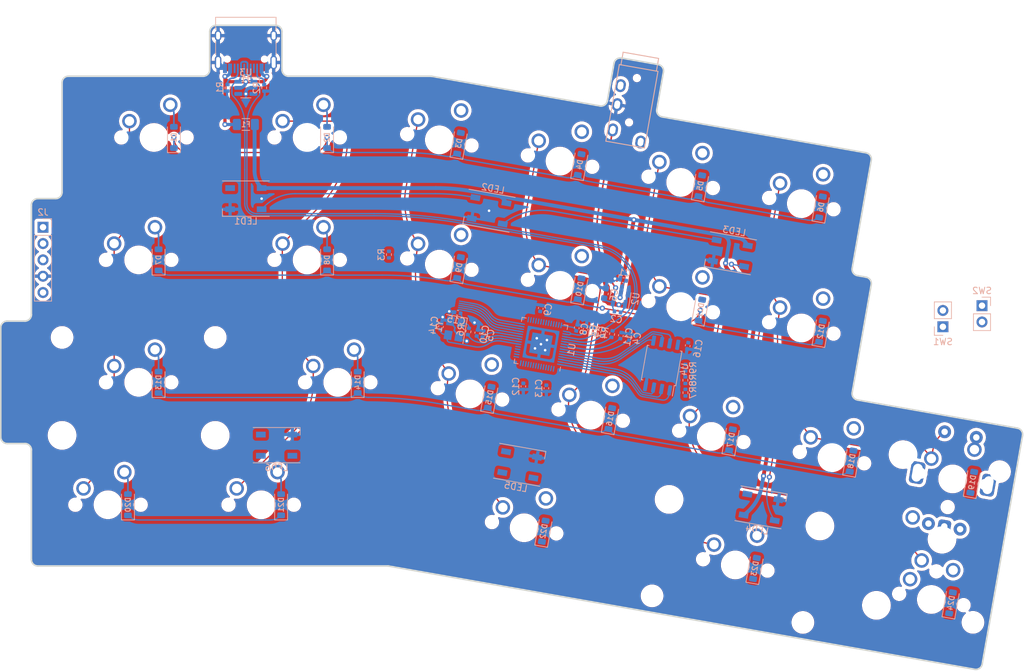
<source format=kicad_pcb>
(kicad_pcb (version 20221018) (generator pcbnew)
  (layers (0 "F.Cu" signal) (31 "B.Cu" signal) (34 "B.Paste" user) (35 "F.Paste" user) (36 "B.SilkS" user "B.Silkscreen") (37 "F.SilkS" user "F.Silkscreen") (38 "B.Mask" user) (39 "F.Mask" user) (44 "Edge.Cuts" user))
  (net 0 "")
  (net 1 "+5V")
  (net 2 "GND")
  (net 3 "+3V3")
  (net 4 "+1V1")
  (net 5 "XIN")
  (net 6 "Net-(C15-Pad2)")
  (net 7 "VBUS")
  (net 8 "Net-(J1-CC1)")
  (net 9 "D+")
  (net 10 "D-")
  (net 12 "Net-(J1-CC2)")
  (net 14 "RESET")
  (net 15 "Net-(U1-USB_DP)")
  (net 16 "Net-(U1-USB_DM)")
  (net 17 "Q_SEL")
  (net 18 "Net-(R8-Pad2)")
  (net 35 "XOUT")
  (net 36 "SWC")
  (net 37 "SWD")
  (net 38 "unconnected-(U1-GPIO16-Pad27)")
  (net 39 "unconnected-(U1-GPIO17-Pad28)")
  (net 52 "Q_IO3")
  (net 53 "Q_CLK")
  (net 54 "Q_IO0")
  (net 55 "Q_IO2")
  (net 56 "Q_IO1")
  (net 59 "ROW0")
  (net 60 "Net-(D1-A)")
  (net 61 "Net-(D2-A)")
  (net 62 "Net-(D3-A)")
  (net 63 "Net-(D4-A)")
  (net 64 "Net-(D5-A)")
  (net 65 "Net-(D6-A)")
  (net 66 "ROW1")
  (net 67 "Net-(D7-A)")
  (net 68 "Net-(D8-A)")
  (net 69 "Net-(D9-A)")
  (net 70 "Net-(D10-A)")
  (net 71 "Net-(D11-A)")
  (net 72 "Net-(D12-A)")
  (net 73 "ROW2")
  (net 74 "Net-(D13-A)")
  (net 75 "Net-(D14-A)")
  (net 76 "Net-(D15-A)")
  (net 77 "Net-(D16-A)")
  (net 78 "Net-(D17-A)")
  (net 79 "Net-(D18-A)")
  (net 80 "ROW3")
  (net 81 "Net-(D19-A)")
  (net 82 "Net-(D20-A)")
  (net 83 "Net-(D21-A)")
  (net 84 "Net-(D22-A)")
  (net 85 "Net-(D23-A)")
  (net 86 "Net-(D24-A)")
  (net 87 "COL0")
  (net 88 "COL1")
  (net 89 "COL2")
  (net 90 "COL3")
  (net 91 "COL4")
  (net 92 "COL5")
  (net 93 "Net-(LED1-DOUT)")
  (net 94 "DATA")
  (net 95 "Net-(LED2-DOUT)")
  (net 96 "Net-(LED3-DOUT)")
  (net 97 "Net-(LED4-DOUT)")
  (net 98 "Net-(LED5-DOUT)")
  (net 103 "Net-(R7-Pad1)")
  (net 105 "serial")
  (footprint "MX_Only:MXOnly-1.75U-NoLED" (layer "F.Cu") (at -2.38125 19.05)
    (fp_text reference "MX7")
    (fp_text value "SW_Push")
  )
  (footprint "MX_Only:MXOnly-1.25U-NoLED" (layer "F.Cu") (at 57.551662 60.726791 -10)
    (fp_text reference "MX22")
    (fp_text value "SW_Push")
  )
  (footprint "MX_Only:MXOnly-1U-NoLED" (layer "F.Cu") (at 49.134293 39.898705 -10)
    (fp_text reference "MX15")
    (fp_text value "SW_Push")
  )
  (footprint "MX_Only:MXOnly-1U-NoLED" (layer "F.Cu") (at 23.8125 0)
    (fp_text reference "MX2")
    (fp_text value "SW_Push")
  )
  (footprint "MX_Only:MXOnly-1U-NoLED" (layer "F.Cu") (at 86.655468 46.514701 -10)
    (fp_text reference "MX17")
    (fp_text value "SW_Push")
  )
  (footprint "MX_Only:MXOnly-1.5U-NoLED" (layer "F.Cu") (at 0 0)
    (fp_text reference "MX1")
    (fp_text value "SW_Push")
  )
  (footprint "MX_Only:MXOnly-1U-NoLED" (layer "F.Cu") (at 120.868646 71.891284 -10)
    (fp_text reference "MX24")
    (fp_text value "SW_Push")
  )
  (footprint "MX_Only:MXOnly-1U-NoLED" (layer "F.Cu") (at 63.13238 3.679192 -10)
    (fp_text reference "MX4")
    (fp_text value "SW_Push")
  )
  (footprint "MX_Only:MXOnly-1U-NoLED" (layer "F.Cu") (at 105.416056 49.822698 -10)
    (fp_text reference "MX18")
    (fp_text value "SW_Push")
  )
  (footprint "MX_Only:MXOnly-2.25U-ReversedStabilizers-NoLED" (layer "F.Cu") (at 90.382691 66.515787 -10)
    (fp_text reference "MX23")
    (fp_text value "SW_Push")
  )
  (footprint "MX_Only:MXOnly-1.25U-NoLED" (layer "F.Cu") (at 16.66875 57.15)
    (fp_text reference "MX21")
    (fp_text value "SW_Push")
  )
  (footprint "MX_Only:MXOnly-2.25U-NoLED" (layer "F.Cu") (at -2.38125 38.1)
    (fp_text reference "MX13")
    (fp_text value "SW_Push")
  )
  (footprint "MX_Only:MXOnly-1U-NoLED" (layer "F.Cu") (at 100.653556 29.639064 -10)
    (fp_text reference "MX12")
    (fp_text value "SW_Push")
  )
  (footprint "MX_Only:MXOnly-1.25U-NoLED" (layer "F.Cu") (at -7.14375 57.15)
    (fp_text reference "MX20")
    (fp_text value "SW_Push")
  )
  (footprint "MX_Only:MXOnly-1U-NoLED" (layer "F.Cu") (at 81.892968 26.331066 -10)
    (fp_text reference "MX11")
    (fp_text value "SW_Push")
  )
  (footprint "MX_Only:MXOnly-1U-NoLED" (layer "F.Cu") (at 63.13238 23.023069 -10)
    (fp_text reference "MX10")
    (fp_text value "SW_Push")
  )
  (footprint "MX_Only:MXOnly-1U-NoLED" (layer "F.Cu") (at 81.892968 6.987189 -10)
    (fp_text reference "MX5")
    (fp_text value "SW_Push")
  )
  (footprint "MX_Only:MXOnly-1U-NoLED" (layer "F.Cu") (at 44.371793 0.371194 -10)
    (fp_text reference "MX3")
    (fp_text value "SW_Push")
  )
  (footprint "MX_Only:MXOnly-1U-NoLED" (layer "F.Cu") (at 23.8125 19.05)
    (fp_text reference "MX8")
    (fp_text value "SW_Push")
  )
  (footprint "MX_Only:MXOnly-1U-NoLED" (layer "F.Cu") (at 124.176644 53.130696 -10)
    (fp_text reference "MX19")
    (fp_text value "SW_Push")
  )
  (footprint "MX_Only:MXOnly-1U-NoLED" (layer "F.Cu") (at 44.371793 19.715071 -10)
    (fp_text reference "MX9")
    (fp_text value "SW_Push")
  )
  (footprint "PCM_marbastlib-various:ROT_Alps_EC11E-Switch" (layer "F.Cu") (at 124.176644 53.130696 -10)
    (fp_text reference "MX19.1" hide)
    (fp_text value "RotaryEncoder_Switch")
  )
  (footprint "MX_Only:MXOnly-1U-NoLED" (layer "F.Cu") (at 28.575 38.1)
    (fp_text reference "MX14")
    (fp_text value "SW_Push")
  )
  (footprint "MX_Only:MXOnly-1U-NoLED" (layer "F.Cu") (at 67.89488 43.206703 -10)
    (fp_text reference "MX16")
    (fp_text value "SW_Push")
  )
  (footprint "MX_Only:MXOnly-2U-ReversedStabilizers-NoLED" (layer "F.Cu") (at 122.522645 62.51099 80)
    (fp_text reference "MX24.1")
    (fp_text value "SW_Push")
  )
  (footprint "MX_Only:MXOnly-1U-NoLED" (layer "F.Cu") (at 100.653556 10.295187 -10)
    (fp_text reference "MX6")
    (fp_text value "SW_Push")
  )
  (footprint "Diode_SMD:D_SOD-123" (layer "B.Cu") (at 84.945331 7.525403 80)
    (fp_text reference "D5")
    (fp_text value "D_Small")
  )
  (footprint "LED_SMD:LED_WS2812B_PLCC4_5.0x5.0mm_P3.2mm" (layer "B.Cu") (at 52.098088 11.405487 170)
    (fp_text reference "LED2")
    (fp_text value "WS2812B")
  )
  (footprint "Capacitor_SMD:C_0402_1005Metric" (layer "B.Cu") (at 72.076817 27.148935 -10)
    (fp_text reference "C2")
    (fp_text value "1u")
  )
  (footprint "Diode_SMD:D_SOD-123" (layer "B.Cu") (at 127.229006 53.66891 80)
    (fp_text reference "D19")
    (fp_text value "D_Small")
  )
  (footprint "Capacitor_SMD:C_0402_1005Metric" (layer "B.Cu") (at 82.983351 32.407292 -100)
    (fp_text reference "C16")
    (fp_text value "1u")
  )
  (footprint "Resistor_SMD:R_0402_1005Metric" (layer "B.Cu") (at 17.1375 -7.722 -90)
    (fp_text reference "R2")
    (fp_text value "5.1k")
  )
  (footprint "Diode_SMD:D_SOD-123" (layer "B.Cu") (at 19.7682 57.15 90)
    (fp_text reference "D21")
    (fp_text value "D_Small")
  )
  (footprint "Resistor_SMD:R_0402_1005Metric" (layer "B.Cu") (at 11.4375 -7.722 -90)
    (fp_text reference "R1")
    (fp_text value "5.1k")
  )
  (footprint "Diode_SMD:D_SOD-123" (layer "B.Cu") (at 47.424155 0.909408 80)
    (fp_text reference "D3")
    (fp_text value "D_Small")
  )
  (footprint "PCM_marbastlib-various:SOT-23-6-routable" (layer "B.Cu") (at 14.2875 -7.722 180)
    (fp_text reference "U3")
    (fp_text value "SRV05-4")
  )
  (footprint "Package_SO:SOIC-8_5.23x5.23mm_P1.27mm" (layer "B.Cu") (at 78.929173 35.480408 80)
    (fp_text reference "U4")
    (fp_text value "W25Q128JVS")
  )
  (footprint "Resistor_SMD:R_0402_1005Metric" (layer "B.Cu") (at 36.53 18.23 -90)
    (fp_text reference "R3")
    (fp_text value "5.1k")
  )
  (footprint "Capacitor_SMD:C_0402_1005Metric" (layer "B.Cu") (at 65.735444 29.62539 80)
    (fp_text reference "C8")
    (fp_text value "100n")
  )
  (footprint "Capacitor_SMD:C_0402_1005Metric" (layer "B.Cu") (at 73.962915 31.076115 80)
    (fp_text reference "C4")
    (fp_text value "100n")
  )
  (footprint "Diode_SMD:D_SOD-123" (layer "B.Cu") (at 123.921008 72.429498 80)
    (fp_text reference "D24")
    (fp_text value "D_Small")
  )
  (footprint "Fuse:Fuse_1206_3216Metric" (layer "B.Cu") (at 14.2875 -2.020541)
    (fp_text reference "F1")
    (fp_text value "Fuse_Small" hide)
  )
  (footprint "Connector_PinHeader_2.54mm:PinHeader_1x02_P2.54mm_Vertical" (layer "B.Cu") (at 122.66 29.46)
    (fp_text reference "SW1")
    (fp_text value "SW_Push")
  )
  (footprint "Capacitor_SMD:C_0603_1608Metric" (layer "B.Cu") (at 70.119591 24.255102 80)
    (fp_text reference "C6")
    (fp_text value "10u")
  )
  (footprint "Diode_SMD:D_SOD-123" (layer "B.Cu") (at 84.945331 26.86928 80)
    (fp_text reference "D11")
    (fp_text value "D_Small")
  )
  (footprint "Diode_SMD:D_SOD-123" (layer "B.Cu") (at 70.947243 43.744917 80)
    (fp_text reference "D16")
    (fp_text value "D_Small")
  )
  (footprint "Capacitor_SMD:C_0402_1005Metric" (layer "B.Cu") (at 44.625858 29.431808 -100)
    (fp_text reference "C14")
    (fp_text value "22p")
  )
  (footprint "Diode_SMD:D_SOD-123" (layer "B.Cu") (at 89.707831 47.052914 80)
    (fp_text reference "D17")
    (fp_text value "D_Small")
  )
  (footprint "Diode_SMD:D_SOD-123" (layer "B.Cu") (at 47.424155 20.253285 80)
    (fp_text reference "D9")
    (fp_text value "D_Small")
  )
  (footprint "Diode_SMD:D_SOD-123" (layer "B.Cu") (at 3.09945 0 90)
    (fp_text reference "D1")
    (fp_text value "D_Small")
  )
  (footprint "Diode_SMD:D_SOD-123" (layer "B.Cu") (at 0.7182 19.05 90)
    (fp_text reference "D7")
    (fp_text value "D_Small")
  )
  (footprint "Capacitor_SMD:C_0402_1005Metric" (layer "B.Cu") (at 72.948531 22.2052 170)
    (fp_text reference "C1")
    (fp_text value "1u")
  )
  (footprint "Crystal:Crystal_SMD_3225-4Pin_3.2x2.5mm" (layer "B.Cu") (at 46.753043 29.806888 -100)
    (fp_text reference "Y1")
    (fp_text value "Crystal_GND24")
  )
  (footprint "Resistor_SMD:R_0402_1005Metric" (layer "B.Cu") (at 82.63 35.82 90)
    (fp_text reference "R9")
    (fp_text value "5.1k")
  )
  (footprint "Diode_SMD:D_SOD-123" (layer "B.Cu") (at 26.91195 0 90)
    (fp_text reference "D2")
    (fp_text value "D_Small")
  )
  (footprint "Connector_PinHeader_2.54mm:PinHeader_1x02_P2.54mm_Vertical" (layer "B.Cu") (at 128.74 26.175 180)
    (fp_text reference "SW2")
    (fp_text value "SW_Push")
  )
  (footprint "LED_SMD:LED_WS2812B_PLCC4_5.0x5.0mm_P3.2mm" (layer "B.Cu") (at 56.860588 50.932998 -10)
    (fp_text reference "LED5")
    (fp_text value "WS2812B")
  )
  (footprint "Capacitor_SMD:C_0402_1005Metric" (layer "B.Cu") (at 68.477934 30.108965 80)
    (fp_text reference "C3")
    (fp_text value "1u")
  )
  (footprint "Diode_SMD:D_SOD-123" (layer "B.Cu") (at 31.67445 38.1 90)
    (fp_text reference "D14")
    (fp_text value "D_Small")
  )
  (footprint "Connector_USB:USB_C_Receptacle_HRO_TYPE-C-31-M-12" (layer "B.Cu") (at 14.2875 -14.795)
    (fp_text reference "J1")
    (fp_text value "USB_C_Receptacle_USB2.0")
  )
  (footprint "Diode_SMD:D_SOD-123" (layer "B.Cu") (at 103.705918 30.177278 80)
    (fp_text reference "D12")
    (fp_text value "D_Small")
  )
  (footprint "Capacitor_SMD:C_0402_1005Metric" (layer "B.Cu") (at 50.258958 30.425075 80)
    (fp_text reference "C10")
    (fp_text value "100n")
  )
  (footprint "Capacitor_SMD:C_0402_1005Metric" (layer "B.Cu") (at 51.164981 30.584832 80)
    (fp_text reference "C5")
    (fp_text value "100n")
  )
  (footprint "LED_SMD:LED_WS2812B_PLCC4_5.0x5.0mm_P3.2mm" (layer "B.Cu") (at 94.381763 57.548993 -10)
    (fp_text reference "LED4")
    (fp_text value "WS2812B")
  )
  (footprint "Diode_SMD:D_SOD-123" (layer "B.Cu") (at 103.705918 10.833401 80)
    (fp_text reference "D6")
    (fp_text value "D_Small")
  )
  (footprint "Capacitor_SMD:C_0402_1005Metric" (layer "B.Cu") (at 57.43 38.73 -90)
    (fp_text reference "C12")
    (fp_text value "100n")
  )
  (footprint "LED_SMD:LED_WS2812B_PLCC4_5.0x5.0mm_P3.2mm" (layer "B.Cu") (at 89.619263 18.021482 170)
    (fp_text reference "LED3")
    (fp_text value "WS2812B")
  )
  (footprint "Connector_PinHeader_2.54mm:PinHeader_1x05_P2.54mm_Vertical" (layer "B.Cu") (at -17.25 19.05 180)
    (fp_text reference "J2")
    (fp_text value "Conn_01x05")
  )
  (footprint "LED_SMD:LED_WS2812B_PLCC4_5.0x5.0mm_P3.2mm" (layer "B.Cu") (at 19.07 47.88)
    (fp_text reference "LED6")
    (fp_text value "WS2812B")
  )
  (footprint "LED_SMD:LED_WS2812B_PLCC4_5.0x5.0mm_P3.2mm" (layer "B.Cu") (at 14.2875 9.525 180)
    (fp_text reference "LED1")
    (fp_text value "WS2812B")
  )
  (footprint "Package_TO_SOT_SMD:SOT-23-3" (layer "B.Cu") (at 72.512674 24.677068 80)
    (fp_text reference "U2")
    (fp_text value "XC6206PxxxMR")
  )
  (footprint "Diode_SMD:D_SOD-123" (layer "B.Cu") (at 66.184743 4.217406 80)
    (fp_text reference "D4")
    (fp_text value "D_Small")
  )
  (footprint "Resistor_SMD:R_0402_1005Metric" (layer "B.Cu") (at 71.220425 30.59254 -100)
    (fp_text reference "R4")
    (fp_text value "27")
  )
  (footprint "Capacitor_SMD:C_0402_1005Metric" (layer "B.Cu") (at 47.197582 27.28578 -10)
    (fp_text reference "C15")
    (fp_text value "22p")
  )
  (footprint "Resistor_SMD:R_0402_1005Metric" (layer "B.Cu") (at 82.63 39.71 90)
    (fp_text reference "R7")
    (fp_text value "1k")
  )
  (footprint "keebio-parts:TRRS-PJ-320A" (layer "B.Cu") (at 74.482192 -5.836499 170)
    (fp_text reference "J3")
    (fp_text value "AudioJack4")
  )
  (footprint "Diode_SMD:D_SOD-123" (layer "B.Cu") (at 52.186655 40.436919 80)
    (fp_text reference "D15")
    (fp_text value "D_Small")
  )
  (footprint "Capacitor_SMD:C_0402_1005Metric" (layer "B.Cu") (at 67.106689 29.867177 80)
    (fp_text reference "C7")
    (fp_text value "1u")
  )
  (footprint "Resistor_SMD:R_0402_1005Metric" (layer "B.Cu") (at 82.62 37.77 90)
    (fp_text reference "R8")
    (fp_text value "5.1k")
  )
  (footprint "Capacitor_SMD:C_0402_1005Metric" (layer "B.Cu") (at 72.59167 30.834328 80)
    (fp_text reference "C11")
    (fp_text value "100n")
  )
  (footprint "Diode_SMD:D_SOD-123" (layer "B.Cu") (at 26.91195 19.05 90)
    (fp_text reference "D8")
    (fp_text value "D_Small")
  )
  (footprint "Capacitor_SMD:C_0402_1005Metric" (layer "B.Cu") (at 61.01 39.03 -90)
    (fp_text reference "C13")
    (fp_text value "100n" hide)
  )
  (footprint "Package_DFN_QFN:QFN-56-1EP_7x7mm_P0.4mm_EP3.2x3.2mm" (layer "B.Cu") (at 60.168585 32.17241 80)
    (fp_text reference "U1")
    (fp_text value "RP2040")
  )
  (footprint "Resistor_SMD:R_0402_1005Metric" (layer "B.Cu") (at 48.890076 30.183704 -100)
    (fp_text reference "R6")
    (fp_text value "1k")
  )
  (footprint "Diode_SMD:D_SOD-123" (layer "B.Cu") (at 0.7182 38.1 90)
    (fp_text reference "D13")
    (fp_text value "D_Small")
  )
  (footprint "Diode_SMD:D_SOD-123" (layer "B.Cu") (at 108.468418 50.360912 80)
    (fp_text reference "D18")
    (fp_text value "D_Small")
  )
  (footprint "Diode_SMD:D_SOD-123" (layer "B.Cu") (at -4.0443 57.15 90)
    (fp_text reference "D20")
    (fp_text value "D_Small")
  )
  (footprint "Resistor_SMD:R_0402_1005Metric" (layer "B.Cu") (at 69.84918 30.350753 -100)
    (fp_text reference "R5")
    (fp_text value "27")
  )
  (footprint "Diode_SMD:D_SOD-123" (layer "B.Cu") (at 60.604025 61.265005 80)
    (fp_text reference "D22")
    (fp_text value "D_Small")
  )
  (footprint "Capacitor_SMD:C_0402_1005Metric" (layer "B.Cu") (at 60.137106 26.592167 80)
    (fp_text reference "C9")
    (fp_text value "100n")
  )
  (footprint "Diode_SMD:D_SOD-123" (layer "B.Cu") (at 93.435053 67.054001 80)
    (fp_text reference "D23")
    (fp_text value "D_Small")
  )
  (footprint "Diode_SMD:D_SOD-123" (layer "B.Cu") (at 66.184743 23.561282 80)
    (fp_text reference "D10")
    (fp_text value "D_Small")
  )
  (gr_arc (start -22.8125 47.625) (mid -23.519607 47.332107) (end -23.8125 46.625) (stroke (width 0.25)) (layer "Edge.Cuts"))
  (gr_line (start -19.05 27.575) (end -19.05 10.525) (stroke (width 0.25)) (layer "Edge.Cuts"))
  (gr_arc (start 109.364659 21.503128) (mid 108.719141 21.091899) (end 108.553499 20.344672) (stroke (width 0.25)) (layer "Edge.Cuts"))
  (gr_line (start 111.5142 22.897577) (end 108.553499 39.688549) (stroke (width 0.25)) (layer "Edge.Cuts"))
  (gr_arc (start 18.9045 -17.442) (mid 19.611607 -17.149107) (end 19.9045 -16.442) (stroke (width 0.25)) (layer "Edge.Cuts"))
  (gr_line (start -20.05 47.625) (end -22.8125 47.625) (stroke (width 0.25)) (layer "Edge.Cuts"))
  (gr_arc (start 78.394434 -11.340767) (mid 79.039938 -10.929536) (end 79.205593 -10.182311) (stroke (width 0.25)) (layer "Edge.Cuts"))
  (gr_arc (start 71.530001 -11.535726) (mid 71.941232 -12.18123) (end 72.688457 -12.346885) (stroke (width 0.25)) (layer "Edge.Cuts"))
  (gr_line (start 72.688457 -12.346885) (end 78.394434 -11.340767) (stroke (width 0.25)) (layer "Edge.Cuts"))
  (gr_arc (start -18.05 66.675) (mid -18.757107 66.382107) (end -19.05 65.675) (stroke (width 0.25)) (layer "Edge.Cuts"))
  (gr_arc (start 128.768589 81.940769) (mid 128.357352 82.586251) (end 127.610133 82.751928) (stroke (width 0.25)) (layer "Edge.Cuts"))
  (gr_arc (start 110.703041 21.739121) (mid 111.348536 22.150352) (end 111.5142 22.897577) (stroke (width 0.25)) (layer "Edge.Cuts"))
  (gr_line (start 43.186137 -9.509808) (end 69.344069 -4.897458) (stroke (width 0.25)) (layer "Edge.Cuts"))
  (gr_line (start -22.8125 28.575) (end -20.05 28.575) (stroke (width 0.25)) (layer "Edge.Cuts"))
  (gr_line (start 78.989277 -3.196748) (end 110.703041 2.395244) (stroke (width 0.25)) (layer "Edge.Cuts"))
  (gr_arc (start 43.012488 -9.525) (mid 43.099644 -9.521196) (end 43.186137 -9.509808) (stroke (width 0.25)) (layer "Edge.Cuts"))
  (gr_line (start -23.8125 46.625) (end -23.8125 29.575) (stroke (width 0.25)) (layer "Edge.Cuts"))
  (gr_arc (start -19.05 10.525) (mid -18.757107 9.817893) (end -18.05 9.525) (stroke (width 0.25)) (layer "Edge.Cuts"))
  (gr_arc (start 36.345852 66.675) (mid 36.433008 66.678802) (end 36.5195 66.690192) (stroke (width 0.25)) (layer "Edge.Cuts"))
  (gr_line (start -18.05 9.525) (end -15.2875 9.525) (stroke (width 0.25)) (layer "Edge.Cuts"))
  (gr_line (start -14.2875 8.525) (end -14.2875 -8.525) (stroke (width 0.25)) (layer "Edge.Cuts"))
  (gr_line (start 36.345852 66.675) (end -18.05 66.675) (stroke (width 0.25)) (layer "Edge.Cuts"))
  (gr_line (start 78.178117 -4.355204) (end 79.205593 -10.182311) (stroke (width 0.25)) (layer "Edge.Cuts"))
  (gr_arc (start 109.364659 40.847005) (mid 108.719152 40.435775) (end 108.553499 39.688549) (stroke (width 0.25)) (layer "Edge.Cuts"))
  (gr_arc (start -19.05 27.575) (mid -19.342893 28.282107) (end -20.05 28.575) (stroke (width 0.25)) (layer "Edge.Cuts"))
  (gr_arc (start -20.05 47.625) (mid -19.342893 47.917893) (end -19.05 48.625) (stroke (width 0.25)) (layer "Edge.Cuts"))
  (gr_line (start -13.2875 -9.525) (end 7.6705 -9.525) (stroke (width 0.25)) (layer "Edge.Cuts"))
  (gr_arc (start -14.2875 8.525) (mid -14.580393 9.232107) (end -15.2875 9.525) (stroke (width 0.25)) (layer "Edge.Cuts"))
  (gr_line (start 19.9045 -10.525) (end 19.9045 -16.442) (stroke (width 0.25)) (layer "Edge.Cuts"))
  (gr_line (start 109.364659 40.847005) (end 134.226129 45.230753) (stroke (width 0.25)) (layer "Edge.Cuts"))
  (gr_line (start 111.5142 3.5537) (end 108.553499 20.344672) (stroke (width 0.25)) (layer "Edge.Cuts"))
  (gr_arc (start 8.6705 -10.525) (mid 8.377607 -9.817893) (end 7.6705 -9.525) (stroke (width 0.25)) (layer "Edge.Cuts"))
  (gr_line (start 135.037288 46.389209) (end 128.768589 81.940769) (stroke (width 0.25)) (layer "Edge.Cuts"))
  (gr_line (start 8.6705 -10.525) (end 8.6705 -16.442) (stroke (width 0.25)) (layer "Edge.Cuts"))
  (gr_arc (start -23.8125 29.575) (mid -23.519607 28.867893) (end -22.8125 28.575) (stroke (width 0.25)) (layer "Edge.Cuts"))
  (gr_arc (start 70.502525 -5.708618) (mid 70.091294 -5.063114) (end 69.344069 -4.897458) (stroke (width 0.25)) (layer "Edge.Cuts"))
  (gr_arc (start 8.6705 -16.442) (mid 8.963393 -17.149107) (end 9.6705 -17.442) (stroke (width 0.25)) (layer "Edge.Cuts"))
  (gr_arc (start 110.703041 2.395244) (mid 111.348572 2.806472) (end 111.5142 3.5537) (stroke (width 0.25)) (layer "Edge.Cuts"))
  (gr_arc (start 20.9045 -9.525) (mid 20.197393 -9.817893) (end 19.9045 -10.525) (stroke (width 0.25)) (layer "Edge.Cuts"))
  (gr_line (start 70.502525 -5.708618) (end 71.530001 -11.535725) (stroke (width 0.25)) (layer "Edge.Cuts"))
  (gr_line (start 109.364659 21.503128) (end 110.703041 21.739121) (stroke (width 0.25)) (layer "Edge.Cuts"))
  (gr_arc (start 134.226129 45.230753) (mid 134.871664 45.641978) (end 135.037288 46.389209) (stroke (width 0.25)) (layer "Edge.Cuts"))
  (gr_line (start -19.05 65.675) (end -19.05 48.625) (stroke (width 0.25)) (layer "Edge.Cuts"))
  (gr_line (start 20.9045 -9.525) (end 43.012488 -9.525) (stroke (width 0.25)) (layer "Edge.Cuts"))
  (gr_arc (start 78.989277 -3.196748) (mid 78.343773 -3.607979) (end 78.178117 -4.355204) (stroke (width 0.25)) (layer "Edge.Cuts"))
  (gr_line (start 9.6705 -17.442) (end 18.9045 -17.442) (stroke (width 0.25)) (layer "Edge.Cuts"))
  (gr_line (start 127.610133 82.751928) (end 36.5195 66.690192) (stroke (width 0.25)) (layer "Edge.Cuts"))
  (gr_arc (start -14.2875 -8.525) (mid -13.994607 -9.232107) (end -13.2875 -9.525) (stroke (width 0.25)) (layer "Edge.Cuts"))
  (segment (start 94.769575 52.681843) (end 96.214977 44.484559) (width 0.6) (layer "F.Cu") (net 1))
  (segment (start 94.900717 38.556314) (end 94.900717 38.556313) (width 0.6) (layer "F.Cu") (net 1))
  (segment (start 72.471433 24.910959) (end 74.605482 12.808164) (width 0.6) (layer "F.Cu") (net 1))
  (segment (start 91.684625 24.049461) (end 89.03001 20.258278) (width 0.6) (layer "F.Cu") (net 1))
  (segment (start 88.87653 19.565972) (end 88.87653 19.565973) (width 0.6) (layer "F.Cu") (net 1))
  (via (at 94.769575 52.681843) (size 0.8) (drill 0.4) (layers "F.Cu" "B.Cu") (net 1))
  (via (at 74.605482 12.808164) (size 0.8) (drill 0.4) (layers "F.Cu" "B.Cu") (net 1))
  (via (at 88.87653 19.565972) (size 0.8) (drill 0.4) (layers "F.Cu" "B.Cu") (net 1))
  (via (at 72.471433 24.910959) (size 0.8) (drill 0.4) (layers "F.Cu" "B.Cu") (net 1))
  (arc (start 94.900717 38.556314) (mid 93.229702 34.758642) (end 93.139191 30.610581) (width 0.6) (layer "F.Cu") (net 1))
  (arc (start 91.684625 24.049461) (mid 93.064452 27.185355) (end 93.139191 30.610581) (width 0.6) (layer "F.Cu") (net 1))
  (arc (start 88.87653 19.565973) (mid 88.884416 19.92739) (end 89.03001 20.258278) (width 0.6) (layer "F.Cu") (net 1))
  (arc (start 96.214977 44.484559) (mid 96.147447 41.389725) (end 94.900717 38.556313) (width 0.6) (layer "F.Cu") (net 1))
  (segment (start 15.645 -2.020541) (end 15.645 5.237472) (width 0.6) (layer "B.Cu") (net 1))
  (segment (start 92.318561 16.821987) (end 91.95354 16.300683) (width 0.6) (layer "B.Cu") (net 1))
  (segment (start 54.797386 10.205992) (end 54.432364 9.684687) (width 0.6) (layer "B.Cu") (net 1))
  (segment (start 49.385512 8.361203) (end 53.491304 9.085165) (width 0.6) (layer "B.Cu") (net 1))
  (segment (start 89.387099 16.67039) (end 88.87653 19.565972) (width 0.6) (layer "B.Cu") (net 1))
  (segment (start 16.7375 7.875) (end 43.828183 7.875) (width 0.6) (layer "B.Cu") (net 1))
  (segment (start 72.710199 23.556849) (end 72.747304 23.346418) (width 0.2) (layer "B.Cu") (net 1))
  (segment (start 94.471922 54.369917) (end 94.769575 52.681843) (width 0.6) (layer "B.Cu") (net 1))
  (segment (start 74.59 12.805435) (end 88.383898 15.237671) (width 0.6) (layer "B.Cu") (net 1))
  (segment (start 72.471433 24.910959) (end 72.710199 23.556849) (width 0.6) (layer "B.Cu") (net 1))
  (segment (start 53.491304 9.085165) (end 74.59 12.805435) (width 0.6) (layer "B.Cu") (net 1))
  (segment (start 88.383898 15.237671) (end 91.01248 15.701161) (width 0.6) (layer "B.Cu") (net 1))
  (arc (start 94.471922 54.369917) (mid 93.512669 56.836631) (end 91.682465 58.748488) (width 0.6) (layer "B.Cu") (net 1))
  (arc (start 15.645 5.237472) (mid 15.928931 6.664892) (end 16.7375 7.875) (width 0.6) (layer "B.Cu") (net 1))
  (arc (start 91.01248 15.701161) (mid 91.542636 15.907327) (end 91.95354 16.300683) (width 0.6) (layer "B.Cu") (net 1))
  (arc (start 49.385512 8.361203) (mid 46.617462 7.996782) (end 43.828183 7.875) (width 0.6) (layer "B.Cu") (net 1))
  (arc (start 53.491304 9.085165) (mid 54.02146 9.291331) (end 54.432364 9.684687) (width 0.6) (layer "B.Cu") (net 1))
  (arc (start 88.383898 15.237671) (mid 89.182224 15.746261) (end 89.387099 16.67039) (width 0.6) (layer "B.Cu") (net 1))
  (arc (start 73.421239 22.288551) (mid 72.97906 22.750457) (end 72.747304 23.346418) (width 0.2) (layer "B.Cu") (net 1))
  (segment (start 51.257453 28.001645) (end 51.257453 28.001646) (width 0.254) (layer "F.Cu") (net 2))
  (segment (start 50.232243 28.892148) (end 50.00625 28.85375) (width 0.254) (layer "F.Cu") (net 2))
  (segment (start 50.00625 28.85375) (end 50.266973 28.695187) (width 0.254) (layer "F.Cu") (net 2))
  (via (at 60.168585 32.17241) (size 0.8) (drill 0.4) (layers "F.Cu" "B.Cu") (net 2))
  (via (at 59.519657 31.245645) (size 0.8) (drill 0.4) (layers "F.Cu" "B.Cu") (net 2))
  (via (at 44.887198 27.949672) (size 0.8) (drill 0.4) (layers "F.Cu" "B.Cu") (net 2))
  (via (at 49.842518 28.813274) (size 0.8) (drill 0.4) (layers "F.Cu" "B.Cu") (net 2))
  (via (at 48.626999 31.675688) (size 0.8) (drill 0.4) (layers "F.Cu" "B.Cu") (net 2))
  (via (at 45.912408 27.059169) (size 0.8) (drill 0.4) (layers "F.Cu" "B.Cu") (net 2))
  (via (at 71.663357 21.978589) (size 0.8) (drill 0.4) (layers "F.Cu" "B.Cu") (net 2))
  (via (at 14.2875 -6.772) (size 0.8) (drill 0.4) (layers "F.Cu" "B.Cu") (net 2))
  (via (at 61.09535 31.523482) (size 0.8) (drill 0.4) (layers "F.Cu" "B.Cu") (net 2))
  (via (at 59.24182 32.821338) (size 0.8) (drill 0.4) (layers "F.Cu" "B.Cu") (net 2))
  (via (at 52.098088 11.405487) (size 0.8) (drill 0.4) (layers "F.Cu" "B.Cu") (net 2))
  (via (at 72.273853 26.031492) (size 0.8) (drill 0.4) (layers "F.Cu" "B.Cu") (net 2))
  (via (at 16.7375 9.525) (size 0.8) (drill 0.4) (layers "F.Cu" "B.Cu") (net 2))
  (via (at 60.817513 33.099175) (size 0.8) (drill 0.4) (layers "F.Cu" "B.Cu") (net 2))
  (segment (start 72.273853 26.031492) (end 72.273852 26.031493) (width 0.2) (layer "B.Cu") (net 2))
  (segment (start 48.626999 31.675688) (end 48.31373 31.62045) (width 0.254) (layer "B.Cu") (net 2))
  (segment (start 51.248332 30.112124) (end 51.248332 30.095832) (width 0.2) (layer "B.Cu") (net 2))
  (segment (start 9.9675 -11.665) (end 9.9675 -15.845) (width 0.6) (layer "B.Cu") (net 2))
  (segment (start 46.106969 28.575999) (end 46.205383 28.017865) (width 0.254) (layer "B.Cu") (net 2))
  (segment (start 17.6925 -10.75) (end 18.6075 -11.665) (width 0.6) (layer "B.Cu") (net 2))
  (segment (start 46.106969 28.575999) (end 46.791245 29.59023) (width 0.254) (layer "B.Cu") (net 2))
  (segment (start 46.724874 27.202429) (end 46.724873 27.20243) (width 0.254) (layer "B.Cu") (net 2))
  (segment (start 46.106969 28.575999) (end 45.381688 28.465169) (width 0.254) (layer "B.Cu") (net 2))
  (segment (start 18.6075 -11.665) (end 18.6075 -15.845) (width 0.6) (layer "B.Cu") (net 2))
  (segment (start 72.549526 27.232286) (end 72.549525 27.232286) (width 0.254) (layer "B.Cu") (net 2))
  (segment (start 17.5375 -10.75) (end 17.6925 -10.75) (width 0.6) (layer "B.Cu") (net 2))
  (segment (start 46.791245 29.59023) (end 46.709631 30.05309) (width 0.254) (layer "B.Cu") (net 2))
  (segment (start 46.724874 27.202429) (end 45.912408 27.059169) (width 0.254) (layer "B.Cu") (net 2))
  (segment (start 10.8825 -10.75) (end 9.9675 -11.665) (width 0.6) (layer "B.Cu") (net 2))
  (segment (start 14.2875 -6.772) (end 14.2875 -6.972947) (width 0.508) (layer "B.Cu") (net 2))
  (segment (start 46.709631 30.05309) (end 47.399116 31.037777) (width 0.254) (layer "B.Cu") (net 2))
  (segment (start 15.036553 -7.722) (end 15.4625 -7.722) (width 0.508) (layer "B.Cu") (net 2))
  (segment (start 72.475823 22.121849) (end 71.663357 21.978589) (width 0.254) (layer "B.Cu") (net 2))
  (segment (start 11.0375 -10.75) (end 10.8825 -10.75) (width 0.6) (layer "B.Cu") (net 2))
  (segment (start 44.709209 28.9591) (end 44.887198 27.949672) (width 0.254) (layer "B.Cu") (net 2))
  (segment (start 73.250717 25.962253) (end 72.880573 25.896986) (width 0.2) (layer "B.Cu") (net 2))
  (arc (start 46.724873 27.20243) (mid 46.384029 27.558481) (end 46.205383 28.017865) (width 0.254) (layer "B.Cu") (net 2))
  (arc (start 14.2875 -6.972947) (mid 14.506893 -7.502607) (end 15.036553 -7.722) (width 0.508) (layer "B.Cu") (net 2))
  (arc (start 45.381688 28.465169) (mid 44.948644 28.569005) (end 44.711528 28.945947) (width 0.254) (layer "B.Cu") (net 2))
  (arc (start 72.273852 26.031493) (mid 72.563835 25.903897) (end 72.880573 25.896986) (width 0.2) (layer "B.Cu") (net 2))
  (arc (start 73.20942 26.196459) (mid 72.982492 26.780003) (end 72.549526 27.232286) (width 0.254) (layer "B.Cu") (net 2))
  (arc (start 48.31373 31.62045) (mid 47.798473 31.420077) (end 47.399117 31.037777) (width 0.254) (layer "B.Cu") (net 2))
  (segment (start 71.322846 -1.16413) (end 69.111281 11.378282) (width 0.254) (layer "F.Cu") (net 3))
  (segment (start 71.774632 23.391883) (end 71.774632 23.391883) (width 0.254) (layer "F.Cu") (net 3))
  (via (at 71.774632 23.391883) (size 0.8) (drill 0.4) (layers "F.Cu" "B.Cu") (net 3))
  (arc (start 71.774632 23.391883) (mid 69.248129 17.649969) (end 69.111281 11.378282) (width 0.254) (layer "F.Cu") (net 3))
  (segment (start 64.758595 30.443186) (end 64.839711 30.559032) (width 0.2) (layer "B.Cu") (net 3))
  (segment (start 64.492414 32.528647) (end 66.24015 32.83682) (width 0.2) (layer "B.Cu") (net 3))
  (segment (start 64.005347 30.208825) (end 64.538206 30.302782) (width 0.2) (layer "B.Cu") (net 3))
  (segment (start 63.326001 29.238619) (end 65.029027 29.538908) (width 0.2) (layer "B.Cu") (net 3))
  (segment (start 50.175607 30.897783) (end 50.447486 31.286066) (width 0.2) (layer "B.Cu") (net 3))
  (segment (start 72.508319 31.307036) (end 72.2154 31.51214) (width 0.2) (layer "B.Cu") (net 3))
  (segment (start 63.658051 32.178441) (end 64.190909 32.272398) (width 0.2) (layer "B.Cu") (net 3))
  (segment (start 71.604109 27.065584) (end 71.604108 27.065583) (width 0.254) (layer "B.Cu") (net 3))
  (segment (start 67.023338 30.339885) (end 66.730421 30.544988) (width 0.2) (layer "B.Cu") (net 3))
  (segment (start 64.376569 32.609763) (end 64.492414 32.528647) (width 0.2) (layer "B.Cu") (net 3))
  (segment (start 65.652093 30.098098) (end 65.44699 29.80518) (width 0.2) (layer "B.Cu") (net 3))
  (segment (start 51.43524 31.525561) (end 51.506476 31.475681) (width 0.2) (layer "B.Cu") (net 3))
  (segment (start 71.379582 25.632321) (end 71.774632 23.391883) (width 0.2) (layer "B.Cu") (net 3))
  (segment (start 71.379582 25.632321) (end 70.783924 25.52729) (width 0.2) (layer "B.Cu") (net 3))
  (segment (start 64.411298 32.412801) (end 64.492414 32.528647) (width 0.2) (layer "B.Cu") (net 3))
  (segment (start 56.818038 31.378533) (end 54.10362 30.899908) (width 0.2) (layer "B.Cu") (net 3))
  (segment (start 64.723865 30.640148) (end 64.839711 30.559032) (width 0.2) (layer "B.Cu") (net 3))
  (segment (start 71.379582 25.632321) (end 71.338285 25.866529) (width 0.2) (layer "B.Cu") (net 3))
  (segment (start 63.935888 30.602749) (end 64.468747 30.696707) (width 0.2) (layer "B.Cu") (net 3))
  (segment (start 63.588591 32.572364) (end 64.12145 32.666321) (width 0.2) (layer "B.Cu") (net 3))
  (segment (start 64.839711 30.559032) (end 65.857537 30.738502) (width 0.2) (layer "B.Cu") (net 3))
  (segment (start 50.826173 31.527317) (end 51.161008 31.586357) (width 0.2) (layer "B.Cu") (net 3))
  (arc (start 64.538206 30.302782) (mid 64.662365 30.351065) (end 64.758595 30.443186) (width 0.2) (layer "B.Cu") (net 3))
  (arc (start 70.783924 25.52729) (mid 70.33385 25.352266) (end 69.985014 25.018328) (width 0.2) (layer "B.Cu") (net 3))
  (arc (start 51.43524 31.525561) (mid 51.304171 31.583233) (end 51.161008 31.586357) (width 0.2) (layer "B.Cu") (net 3))
  (arc (start 64.411298 32.412801) (mid 64.315068 32.32068) (end 64.190909 32.272398) (width 0.2) (layer "B.Cu") (net 3))
  (arc (start 50.826173 31.527317) (mid 50.612835 31.444355) (end 50.447486 31.286066) (width 0.2) (layer "B.Cu") (net 3))
  (arc (start 64.468747 30.696707) (mid 64.601931 30.693801) (end 64.723865 30.640148) (width 0.2) (layer "B.Cu") (net 3))
  (arc (start 64.376569 32.609763) (mid 64.254635 32.663416) (end 64.12145 32.666321) (width 0.2) (layer "B.Cu") (net 3))
  (arc (start 54.10362 30.899908) (mid 52.747784 30.929492) (end 51.506476 31.475681) (width 0.2) (layer "B.Cu") (net 3))
  (arc (start 65.857537 30.738502) (mid 66.313225 30.728559) (end 66.730421 30.544988) (width 0.2) (layer "B.Cu") (net 3))
  (arc (start 71.604108 27.065583) (mid 71.351943 26.492494) (end 71.338285 25.866529) (width 0.2) (layer "B.Cu") (net 3))
  (arc (start 65.44699 29.80518) (mid 65.264491 29.630475) (end 65.029027 29.538908) (width 0.2) (layer "B.Cu") (net 3))
  (arc (start 72.2154 31.51214) (mid 69.359523 32.768755) (end 66.24015 32.83682) (width 0.2) (layer "B.Cu") (net 3))
  (segment (start 51.08163 31.05754) (end 51.374549 30.852436) (width 0.2) (layer "B.Cu") (net 4))
  (segment (start 63.519132 32.966287) (end 66.080683 33.417958) (width 0.2) (layer "B.Cu") (net 4))
  (segment (start 73.879564 31.548823) (end 73.586648 31.753925) (width 0.2) (layer "B.Cu") (net 4))
  (segment (start 63.88175 31.011994) (end 65.704441 31.32603) (width 0.2) (layer "B.Cu") (net 4))
  (segment (start 63.866428 30.996672) (end 63.88175 31.011994) (width 0.2) (layer "B.Cu") (net 4))
  (segment (start 56.887497 30.98461) (end 53.484756 30.384615) (width 0.2) (layer "B.Cu") (net 4))
  (segment (start 68.394583 30.581673) (end 68.095627 30.791004) (width 0.2) (layer "B.Cu") (net 4))
  (arc (start 66.080683 33.417958) (mid 69.999164 33.332456) (end 73.586648 31.753925) (width 0.2) (layer "B.Cu") (net 4))
  (arc (start 65.704441 31.32603) (mid 66.952973 31.295119) (end 68.095627 30.791004) (width 0.2) (layer "B.Cu") (net 4))
  (arc (start 53.484756 30.384615) (mid 52.383125 30.408653) (end 51.374549 30.852436) (width 0.2) (layer "B.Cu") (net 4))
  (segment (start 53.964701 31.687754) (end 56.67912 32.166379) (width 0.2) (layer "B.Cu") (net 5))
  (segment (start 45.724943 30.742576) (end 45.603389 31.431941) (width 0.2) (layer "B.Cu") (net 5))
  (segment (start 45.90141 31.857557) (end 49.965975 32.57425) (width 0.2) (layer "B.Cu") (net 5))
  (segment (start 51.965339 32.131001) (end 51.965338 32.131002) (width 0.2) (layer "B.Cu") (net 5))
  (segment (start 45.724943 30.742576) (end 45.005495 30.598661) (width 0.2) (layer "B.Cu") (net 5))
  (segment (start 44.542507 29.904516) (end 44.540188 29.917669) (width 0.254) (layer "B.Cu") (net 5))
  (arc (start 53.964701 31.687754) (mid 52.920936 31.710529) (end 51.965338 32.131002) (width 0.2) (layer "B.Cu") (net 5))
  (arc (start 44.540188 29.917669) (mid 44.634082 30.352976) (end 45.005495 30.598661) (width 0.2) (layer "B.Cu") (net 5))
  (arc (start 45.603389 31.431941) (mid 45.664251 31.706472) (end 45.90141 31.857557) (width 0.2) (layer "B.Cu") (net 5))
  (arc (start 49.965975 32.57425) (mid 51.009741 32.551475) (end 51.965339 32.131001) (width 0.2) (layer "B.Cu") (net 5))
  (segment (start 47.781143 28.8712) (end 48.500053 28.997963) (width 0.2) (layer "B.Cu") (net 6))
  (segment (start 47.781143 28.8712) (end 47.879557 28.313067) (width 0.2) (layer "B.Cu") (net 6))
  (segment (start 47.67029 27.369131) (end 47.670291 27.369132) (width 0.254) (layer "B.Cu") (net 6))
  (arc (start 48.500053 28.997963) (mid 48.8809 29.24059) (end 48.978637 29.681452) (width 0.2) (layer "B.Cu") (net 6))
  (arc (start 47.879557 28.313067) (mid 47.868804 27.820287) (end 47.670291 27.369132) (width 0.2) (layer "B.Cu") (net 6))
  (segment (start 14.245 -8.672) (end 16.711 -8.672) (width 0.508) (layer "F.Cu") (net 7))
  (segment (start 14.245 -8.672) (end 11.864 -8.672) (width 0.508) (layer "F.Cu") (net 7))
  (segment (start 11.0375 -9.4985) (end 11.0375 -2.020541) (width 0.508) (layer "F.Cu") (net 7))
  (via (at 11.0375 -2.020541) (size 0.8) (drill 0.4) (layers "F.Cu" "B.Cu") (net 7))
  (via (at 11.0375 -9.4985) (size 0.8) (drill 0.4) (layers "F.Cu" "B.Cu") (net 7))
  (via (at 17.5375 -9.4985) (size 0.8) (drill 0.4) (layers "F.Cu" "B.Cu") (net 7))
  (via (at 14.2875 -8.672) (size 0.8) (drill 0.4) (layers "F.Cu" "B.Cu") (net 7))
  (arc (start 16.711 -8.672) (mid 17.295424 -8.914076) (end 17.5375 -9.4985) (width 0.508) (layer "F.Cu") (net 7))
  (arc (start 11.864 -8.672) (mid 11.279576 -8.914076) (end 11.0375 -9.4985) (width 0.508) (layer "F.Cu") (net 7))
  (segment (start 13.07 -7.722) (end 13.295 -7.722) (width 0.508) (layer "B.Cu") (net 7))
  (segment (start 13.1125 -7.722) (end 13.3375 -7.722) (width 0.508) (layer "B.Cu") (net 7))
  (segment (start 11.0375 -2.020541) (end 12.8875 -2.020541) (width 0.508) (layer "B.Cu") (net 7))
  (segment (start 16.7375 -10.75) (end 16.7375 -10.2985) (width 0.508) (layer "B.Cu") (net 7))
  (segment (start 11.8375 -10.75) (end 11.8375 -10.2985) (width 0.508) (layer "B.Cu") (net 7))
  (arc (start 16.7375 -10.2985) (mid 16.971815 -9.732815) (end 17.5375 -9.4985) (width 0.508) (layer "B.Cu") (net 7))
  (arc (start 13.3375 -7.722) (mid 14.009251 -8.000249) (end 14.2875 -8.672) (width 0.508) (layer "B.Cu") (net 7))
  (arc (start 11.8375 -10.2985) (mid 11.603185 -9.732815) (end 11.0375 -9.4985) (width 0.508) (layer "B.Cu") (net 7))
  (segment (start 11.4375 -8.232) (end 11.4375 -8.426) (width 0.254) (layer "B.Cu") (net 8))
  (segment (start 13.0375 -10.75) (end 13.0375 -10.026) (width 0.254) (layer "B.Cu") (net 8))
  (arc (start 12.2375 -9.226) (mid 12.803185 -9.460315) (end 13.0375 -10.026) (width 0.254) (layer "B.Cu") (net 8))
  (arc (start 12.2375 -9.226) (mid 11.671815 -8.991685) (end 11.4375 -8.426) (width 0.254) (layer "B.Cu") (net 8))
  (segment (start 16.4525 -7.682) (end 16.4525 -6.852588) (width 0.2) (layer "B.Cu") (net 9))
  (segment (start 71.308986 30.090288) (end 72.167469 29.496143) (width 0.2) (layer "B.Cu") (net 9))
  (segment (start 15.9875 11.852) (end 34.229997 11.852) (width 0.2) (layer "B.Cu") (net 9))
  (segment (start 14.0375 -10.75) (end 14.0375 -10.025) (width 0.3) (layer "B.Cu") (net 9))
  (segment (start 69.169253 16.778492) (end 48.123125 13.067491) (width 0.2) (layer "B.Cu") (net 9))
  (segment (start 15.0375 -10.75) (end 15.0375 -9.69804) (width 0.3) (layer "B.Cu") (net 9))
  (segment (start 14.451 -2.020541) (end 14.451 10.3155) (width 0.2) (layer "B.Cu") (net 9))
  (segment (start 14.7375 -9.725) (end 14.3375 -9.725) (width 0.3) (layer "B.Cu") (net 9))
  (arc (start 48.123125 13.067491) (mid 41.203096 12.156452) (end 34.229997 11.852) (width 0.2) (layer "B.Cu") (net 9))
  (arc (start 14.0375 -10.025) (mid 14.125368 -9.812868) (end 14.3375 -9.725) (width 0.3) (layer "B.Cu") (net 9))
  (arc (start 15.0375 -10.025) (mid 14.949632 -9.812868) (end 14.7375 -9.725) (width 0.3) (layer "B.Cu") (net 9))
  (arc (start 15.4625 -8.672) (mid 16.162536 -8.382036) (end 16.4525 -7.682) (width 0.2) (layer "B.Cu") (net 9))
  (arc (start 16.276609 -6.42795) (mid 14.92546 -4.405814) (end 14.451 -2.020541) (width 0.2) (layer "B.Cu") (net 9))
  (arc (start 14.451 10.3155) (mid 14.90103 11.40197) (end 15.9875 11.852) (width 0.2) (layer "B.Cu") (net 9))
  (arc (start 74.990293 25.091823) (mid 74.020049 27.576737) (end 72.167469 29.496143) (width 0.2) (layer "B.Cu") (net 9))
  (arc (start 74.990296 25.091804) (mid 73.801518 19.72957) (end 69.169253 16.778492) (width 0.2) (layer "B.Cu") (net 9))
  (arc (start 16.4525 -6.852588) (mid 16.406787 -6.622775) (end 16.276609 -6.42795) (width 0.2) (layer "B.Cu") (net 9))
  (arc (start 15.0375 -9.69804) (mid 15.147953 -9.142751) (end 15.4625 -8.672) (width 0.3) (layer "B.Cu") (net 9))
  (segment (start 14.121693 5.002307) (end 14.124 5) (width 0.2) (layer "B.Cu") (net 10))
  (segment (start 48.066341 13.389523) (end 69.100653 17.09844) (width 0.2) (layer "B.Cu") (net 10))
  (segment (start 13.1125 -8.672) (end 13.1125 -8.672) (width 0.2) (layer "B.Cu") (net 10))
  (segment (start 72.917925 27.779201) (end 69.937741 29.848501) (width 0.2) (layer "B.Cu") (net 10))
  (segment (start 34.229998 12.179) (end 15.985193 12.179) (width 0.2) (layer "B.Cu") (net 10))
  (segment (start 14.5375 -10.75) (end 14.5375 -11.475) (width 0.3) (layer "B.Cu") (net 10))
  (segment (start 13.5375 -10.75) (end 13.5375 -9.69804) (width 0.3) (layer "B.Cu") (net 10))
  (segment (start 12.1225 -6.852588) (end 12.1225 -7.682) (width 0.2) (layer "B.Cu") (net 10))
  (segment (start 14.121693 10.3155) (end 14.121693 5.002307) (width 0.2) (layer "B.Cu") (net 10))
  (segment (start 13.8375 -11.775) (end 14.2375 -11.775) (width 0.3) (layer "B.Cu") (net 10))
  (segment (start 13.5375 -10.75) (end 13.5375 -11.475) (width 0.3) (layer "B.Cu") (net 10))
  (segment (start 14.124 5) (end 14.124 -2.020541) (width 0.2) (layer "B.Cu") (net 10))
  (arc (start 72.917925 27.779201) (mid 74.065192 26.587817) (end 74.666171 25.046895) (width 0.2) (layer "B.Cu") (net 10))
  (arc (start 13.5375 -11.475) (mid 13.625368 -11.687132) (end 13.8375 -11.775) (width 0.3) (layer "B.Cu") (net 10))
  (arc (start 12.1225 -7.682) (mid 12.412464 -8.382036) (end 13.1125 -8.672) (width 0.2) (layer "B.Cu") (net 10))
  (arc (start 48.066341 13.389523) (mid 41.174596 12.482208) (end 34.229998 12.179) (width 0.2) (layer "B.Cu") (net 10))
  (arc (start 14.124 -2.020541) (mid 13.649539 -4.405814) (end 12.298391 -6.42795) (width 0.2) (layer "B.Cu") (net 10))
  (arc (start 12.298391 -6.42795) (mid 12.168213 -6.622775) (end 12.1225 -6.852588) (width 0.2) (layer "B.Cu") (net 10))
  (arc (start 14.121693 10.3155) (mid 14.6675 11.633193) (end 15.985193 12.179) (width 0.2) (layer "B.Cu") (net 10))
  (arc (start 74.666181 25.046838) (mid 73.529584 19.91998) (end 69.100653 17.09844) (width 0.2) (layer "B.Cu") (net 10))
  (arc (start 14.5375 -11.475) (mid 14.449632 -11.687132) (end 14.2375 -11.775) (width 0.3) (layer "B.Cu") (net 10))
  (arc (start 13.5375 -9.69804) (mid 13.427046 -9.142751) (end 13.1125 -8.672) (width 0.3) (layer "B.Cu") (net 10))
  (segment (start 17.1375 -8.232) (end 17.1375 -8.676) (width 0.254) (layer "B.Cu") (net 12))
  (segment (start 16.0375 -10.75) (end 16.0375 -9.776) (width 0.254) (layer "B.Cu") (net 12))
  (arc (start 16.5875 -9.226) (mid 16.198591 -9.387091) (end 16.0375 -9.776) (width 0.254) (layer "B.Cu") (net 12))
  (arc (start 17.1375 -8.676) (mid 16.976409 -9.064909) (end 16.5875 -9.226) (width 0.254) (layer "B.Cu") (net 12))
  (segment (start 57.095875 29.80284) (end 53.693133 29.202845) (width 0.2) (layer "B.Cu") (net 14))
  (segment (start 49.393346 26.463579) (end 47.404397 26.112874) (width 0.2) (layer "B.Cu") (net 14))
  (arc (start 49.393346 26.463579) (mid 50.898353 27.048844) (end 52.064827 28.1655) (width 0.2) (layer "B.Cu") (net 14))
  (arc (start 53.693133 29.202845) (mid 52.77581 28.846118) (end 52.064827 28.1655) (width 0.2) (layer "B.Cu") (net 14))
  (segment (start 71.131864 31.094792) (end 70.833102 31.300632) (width 0.2) (layer "B.Cu") (net 15))
  (segment (start 63.72751 31.784518) (end 66.425569 32.260258) (width 0.2) (layer "B.Cu") (net 15))
  (arc (start 66.425569 32.260258) (mid 68.723832 32.214464) (end 70.833102 31.300632) (width 0.2) (layer "B.Cu") (net 15))
  (segment (start 63.796969 31.390595) (end 66.07389 31.792078) (width 0.2) (layer "B.Cu") (net 16))
  (segment (start 69.760619 30.853005) (end 69.462205 31.057762) (width 0.2) (layer "B.Cu") (net 16))
  (arc (start 66.07389 31.792078) (mid 67.840174 31.757731) (end 69.462205 31.057762) (width 0.2) (layer "B.Cu") (net 16))
  (segment (start 63.102376 35.329826) (end 71.598805 36.827975) (width 0.2) (layer "B.Cu") (net 17))
  (segment (start 74.438098 38.636804) (end 75.322843 39.900351) (width 0.2) (layer "B.Cu") (net 17))
  (segment (start 80.180098 39.356516) (end 80.04118 40.144361) (width 0.2) (layer "B.Cu") (net 17))
  (segment (start 75.988358 40.32433) (end 79.02058 40.858993) (width 0.2) (layer "B.Cu") (net 17))
  (arc (start 71.598805 36.827975) (mid 73.198351 37.450004) (end 74.438098 38.636804) (width 0.2) (layer "B.Cu") (net 17))
  (arc (start 80.04118 40.144361) (mid 79.678885 40.71305) (end 79.02058 40.858993) (width 0.2) (layer "B.Cu") (net 17))
  (arc (start 75.322843 39.900351) (mid 75.613433 40.17853) (end 75.988358 40.32433) (width 0.2) (layer "B.Cu") (net 17))
  (segment (start 56.748579 31.772456) (end 54.03416 31.293831) (width 0.2) (layer "B.Cu") (net 35))
  (segment (start 51.735907 31.803341) (end 51.66467 31.853222) (width 0.2) (layer "B.Cu") (net 35))
  (segment (start 48.801515 30.685956) (end 49.006031 30.978035) (width 0.2) (layer "B.Cu") (net 35))
  (segment (start 50.383179 31.855375) (end 51.091549 31.98028) (width 0.2) (layer "B.Cu") (net 35))
  (arc (start 50.383179 31.855375) (mid 49.607348 31.553671) (end 49.006031 30.978035) (width 0.2) (layer "B.Cu") (net 35))
  (arc (start 51.66467 31.853222) (mid 51.390746 31.973751) (end 51.091549 31.98028) (width 0.2) (layer "B.Cu") (net 35))
  (arc (start 54.03416 31.293831) (mid 52.83436 31.320011) (end 51.735907 31.803341) (width 0.2) (layer "B.Cu") (net 35))
  (segment (start 48.932659 27.046436) (end 47.290831 26.756938) (width 0.2) (layer "B.Cu") (net 36))
  (segment (start 56.956957 30.590687) (end 53.554214 29.990691) (width 0.2) (layer "B.Cu") (net 36))
  (arc (start 48.932659 27.046436) (mid 50.509289 27.659554) (end 51.731274 28.829351) (width 0.2) (layer "B.Cu") (net 36))
  (arc (start 53.554214 29.990691) (mid 52.527241 29.591323) (end 51.731273 28.82935) (width 0.2) (layer "B.Cu") (net 36))
  (segment (start 49.163004 26.755008) (end 47.347614 26.434906) (width 0.2) (layer "B.Cu") (net 37))
  (segment (start 57.026416 30.196764) (end 53.623674 29.596768) (width 0.2) (layer "B.Cu") (net 37))
  (arc (start 53.623674 29.596768) (mid 52.651526 29.218721) (end 51.898051 28.497426) (width 0.2) (layer "B.Cu") (net 37))
  (arc (start 49.163004 26.755008) (mid 50.703821 27.354199) (end 51.89805 28.497425) (width 0.2) (layer "B.Cu") (net 37))
  (segment (start 49.62369 26.17215) (end 47.46118 25.790841) (width 0.2) (layer "B.Cu") (net 38))
  (segment (start 57.165334 29.408917) (end 53.762592 28.808922) (width 0.2) (layer "B.Cu") (net 38))
  (arc (start 49.62369 26.17215) (mid 51.092886 26.743489) (end 52.231604 27.833575) (width 0.2) (layer "B.Cu") (net 38))
  (arc (start 53.762592 28.808922) (mid 52.900094 28.473515) (end 52.231604 27.833575) (width 0.2) (layer "B.Cu") (net 38))
  (segment (start 57.234794 29.014994) (end 53.832052 28.414999) (width 0.2) (layer "B.Cu") (net 39))
  (segment (start 52.398382 27.50165) (end 52.398381 27.501648) (width 0.2) (layer "B.Cu") (net 39))
  (segment (start 49.854034 25.880722) (end 47.517963 25.468809) (width 0.2) (layer "B.Cu") (net 39))
  (arc (start 52.398381 27.501648) (mid 51.287419 26.438134) (end 49.854034 25.880722) (width 0.2) (layer "B.Cu") (net 39))
  (arc (start 53.832052 28.414999) (mid 53.024379 28.100912) (end 52.398382 27.50165) (width 0.2) (layer "B.Cu") (net 39))
  (segment (start 72.536857 33.654341) (end 77.2396 30.361445) (width 0.2) (layer "B.Cu") (net 52))
  (segment (start 77.765647 30.244823) (end 79.869195 30.615736) (width 0.2) (layer "B.Cu") (net 52))
  (segment (start 80.179659 32.045367) (end 80.318578 31.25752) (width 0.2) (layer "B.Cu") (net 52))
  (segment (start 63.449673 33.36021) (end 69.250138 34.382989) (width 0.2) (layer "B.Cu") (net 52))
  (arc (start 77.765647 30.244823) (mid 77.491025 30.250815) (end 77.2396 30.361445) (width 0.2) (layer "B.Cu") (net 52))
  (arc (start 79.869195 30.615736) (mid 80.226804 30.843558) (end 80.318578 31.25752) (width 0.2) (layer "B.Cu") (net 52))
  (arc (start 69.250138 34.382989) (mid 70.965966 34.34555) (end 72.536857 33.654341) (width 0.2) (layer "B.Cu") (net 52))
  (segment (start 78.928954 31.824833) (end 79.067872 31.036987) (width 0.2) (layer "B.Cu") (net 53))
  (segment (start 77.708863 30.566856) (end 78.883739 30.774018) (width 0.2) (layer "B.Cu") (net 53))
  (segment (start 63.380213 33.754133) (end 69.180679 34.776912) (width 0.2) (layer "B.Cu") (net 53))
  (segment (start 77.427159 30.629308) (end 72.58005 34.02329) (width 0.2) (layer "B.Cu") (net 53))
  (arc (start 79.067872 31.036987) (mid 79.030268 30.867367) (end 78.883739 30.774018) (width 0.2) (layer "B.Cu") (net 53))
  (arc (start 72.58005 34.02329) (mid 70.955317 34.73819) (end 69.180679 34.776912) (width 0.2) (layer "B.Cu") (net 53))
  (arc (start 77.708863 30.566856) (mid 77.5618 30.570065) (end 77.427159 30.629308) (width 0.2) (layer "B.Cu") (net 53))
  (segment (start 76.457299 31.707605) (end 72.623245 34.392238) (width 0.2) (layer "B.Cu") (net 54))
  (segment (start 77.678248 31.6043) (end 77.257734 31.530152) (width 0.2) (layer "B.Cu") (net 54))
  (segment (start 63.310754 34.148056) (end 69.11122 35.170835) (width 0.2) (layer "B.Cu") (net 54))
  (arc (start 76.457299 31.707605) (mid 76.839868 31.539271) (end 77.257734 31.530152) (width 0.2) (layer "B.Cu") (net 54))
  (arc (start 72.623245 34.392238) (mid 70.944669 35.130829) (end 69.11122 35.170835) (width 0.2) (layer "B.Cu") (net 54))
  (segment (start 77.678687 38.915449) (end 77.539769 39.703296) (width 0.2) (layer "B.Cu") (net 55))
  (segment (start 74.771652 37.972955) (end 75.858568 39.525232) (width 0.2) (layer "B.Cu") (net 55))
  (segment (start 76.101923 39.680267) (end 77.2768 39.887429) (width 0.2) (layer "B.Cu") (net 55))
  (segment (start 63.241295 34.54198) (end 71.737724 36.04013) (width 0.2) (layer "B.Cu") (net 55))
  (arc (start 77.539769 39.703296) (mid 77.44642 39.849825) (end 77.2768 39.887429) (width 0.2) (layer "B.Cu") (net 55))
  (arc (start 71.737724 36.04013) (mid 73.446919 36.7048) (end 74.771652 37.972955) (width 0.2) (layer "B.Cu") (net 55))
  (arc (start 76.101923 39.680267) (mid 75.964826 39.626953) (end 75.858568 39.525232) (width 0.2) (layer "B.Cu") (net 55))
  (segment (start 63.171836 34.935903) (end 71.668265 36.434052) (width 0.2) (layer "B.Cu") (net 56))
  (segment (start 76.045141 40.002298) (end 78.148689 40.373211) (width 0.2) (layer "B.Cu") (net 56))
  (segment (start 78.929392 39.135983) (end 78.790474 39.923828) (width 0.2) (layer "B.Cu") (net 56))
  (segment (start 74.604875 38.304879) (end 75.590706 39.712791) (width 0.2) (layer "B.Cu") (net 56))
  (arc (start 71.668265 36.434052) (mid 73.322635 37.077401) (end 74.604875 38.304879) (width 0.2) (layer "B.Cu") (net 56))
  (arc (start 78.148689 40.373211) (mid 78.562652 40.281438) (end 78.790474 39.923828) (width 0.2) (layer "B.Cu") (net 56))
  (arc (start 76.045141 40.002298) (mid 75.78913 39.902741) (end 75.590706 39.712791) (width 0.2) (layer "B.Cu") (net 56))
  (segment (start 24.56 2.3439) (end 24.56805 2.3439) (width 0.2) (layer "F.Cu") (net 59))
  (segment (start 24.783375 2.3439) (end 24.56 2.3439) (width 0.2) (layer "F.Cu") (net 59))
  (segment (start 24.56 2.3439) (end 5.44335 2.3439) (width 0.2) (layer "F.Cu") (net 59))
  (via (at 26.91195 0) (size 0.8) (drill 0.4) (layers "F.Cu" "B.Cu") (net 59))
  (via (at 3.09945 0) (size 0.8) (drill 0.4) (layers "F.Cu" "B.Cu") (net 59))
  (arc (start 24.56805 2.3439) (mid 26.225438 1.657388) (end 26.91195 0) (width 0.2) (layer "F.Cu") (net 59))
  (arc (start 5.44335 2.3439) (mid 3.785962 1.657388) (end 3.09945 0) (width 0.2) (layer "F.Cu") (net 59))
  (segment (start 67.427502 6.816596) (end 82.888544 9.542795) (width 0.2) (layer "B.Cu") (net 59))
  (segment (start 86.18809 10.124594) (end 101.649131 12.850793) (width 0.2) (layer "B.Cu") (net 59))
  (segment (start 3.09945 0) (end 3.09945 1.65) (width 0.254) (layer "B.Cu") (net 59))
  (segment (start 28.587173 2.3439) (end 38.704758 2.3439) (width 0.2) (layer "B.Cu") (net 59))
  (segment (start 47.137636 2.534341) (end 47.137635 2.53434) (width 0.2) (layer "B.Cu") (net 59))
  (segment (start 26.91195 0) (end 26.91195 1.65) (width 0.254) (layer "B.Cu") (net 59))
  (segment (start 48.666914 3.508598) (end 64.127958 6.234797) (width 0.2) (layer "B.Cu") (net 59))
  (arc (start 45.367329 2.926794) (mid 42.048768 2.489901) (end 38.704758 2.3439) (width 0.2) (layer "B.Cu") (net 59))
  (arc (start 26.91195 1.65) (mid 27.680549 2.163561) (end 28.587173 2.3439) (width 0.2) (layer "B.Cu") (net 59))
  (arc (start 47.137633 2.534343) (mid 46.291535 2.906635) (end 45.367372 2.926802) (width 0.2) (layer "B.Cu") (net 59))
  (arc (start 103.419399 12.458334) (mid 102.573297 12.830628) (end 101.649131 12.850793) (width 0.2) (layer "B.Cu") (net 59))
  (arc (start 64.127958 6.234797) (mid 65.052123 6.214632) (end 65.898223 5.84234) (width 0.2) (layer "B.Cu") (net 59))
  (arc (start 47.137635 2.53434) (mid 47.805378 3.173566) (end 48.666914 3.508598) (width 0.2) (layer "B.Cu") (net 59))
  (arc (start 84.658811 9.150335) (mid 85.326554 9.789561) (end 86.18809 10.124594) (width 0.2) (layer "B.Cu") (net 59))
  (arc (start 65.898223 5.842338) (mid 66.565966 6.481564) (end 67.427502 6.816596) (width 0.2) (layer "B.Cu") (net 59))
  (arc (start 82.888544 9.542795) (mid 83.812709 9.52263) (end 84.65881 9.150337) (width 0.2) (layer "B.Cu") (net 59))
  (segment (start 3.09945 -1.65) (end 3.09945 -3.729369) (width 0.254) (layer "B.Cu") (net 60))
  (arc (start 3.09945 -3.729369) (mid 2.954054 -4.460325) (end 2.54 -5.08) (width 0.254) (layer "B.Cu") (net 60))
  (segment (start 26.91195 -1.65) (end 26.91195 -3.729369) (width 0.254) (layer "B.Cu") (net 61))
  (arc (start 26.91195 -3.729369) (mid 26.766554 -4.460325) (end 26.3525 -5.08) (width 0.254) (layer "B.Cu") (net 61))
  (segment (start 69.712577 26.563393) (end 82.230026 28.770557) (width 0.2) (layer "F.Cu") (net 66))
  (via (at 69.712577 26.563393) (size 0.8) (drill 0.4) (layers "F.Cu" "B.Cu") (net 66))
  (via (at 84.945331 26.86928) (size 0.8) (drill 0.4) (layers "F.Cu" "B.Cu") (net 66))
  (arc (start 82.230026 28.770557) (mid 83.981446 28.382277) (end 84.945331 26.86928) (width 0.2) (layer "F.Cu") (net 66))
  (segment (start 84.658812 28.494213) (end 84.658811 28.494212) (width 0.2) (layer "B.Cu") (net 66))
  (segment (start 103.419399 31.802211) (end 103.419398 31.802212) (width 0.2) (layer "B.Cu") (net 66))
  (segment (start 67.427502 26.160473) (end 69.712577 26.563393) (width 0.2) (layer "B.Cu") (net 66))
  (segment (start 25.171544 21.4209) (end 2.458606 21.4209) (width 0.2) (layer "B.Cu") (net 66))
  (segment (start 84.658812 28.494213) (end 84.945331 26.86928) (width 0.2) (layer "B.Cu") (net 66))
  (segment (start 45.244752 22.254014) (end 45.372648 22.275984) (width 0.2) (layer "B.Cu") (net 66))
  (segment (start 26.93895 20.727) (end 26.91195 20.7) (width 0.2) (layer "B.Cu") (net 66))
  (segment (start 35.473978 21.4209) (end 28.614173 21.4209) (width 0.2) (layer "B.Cu") (net 66))
  (segment (start 86.18809 29.468471) (end 101.649133 32.194669) (width 0.2) (layer "B.Cu") (net 66))
  (segment (start 48.666914 22.852475) (end 64.127956 25.578674) (width 0.2) (layer "B.Cu") (net 66))
  (arc (start 26.91195 20.7) (mid 26.113444 21.233545) (end 25.171544 21.4209) (width 0.2) (layer "B.Cu") (net 66))
  (arc (start 67.427502 26.160473) (mid 66.565966 25.82544) (end 65.898223 25.186214) (width 0.2) (layer "B.Cu") (net 66))
  (arc (start 103.419398 31.802212) (mid 102.573298 32.174504) (end 101.649133 32.194669) (width 0.2) (layer "B.Cu") (net 66))
  (arc (start 48.666914 22.852475) (mid 47.805379 22.517442) (end 47.137635 21.878217) (width 0.2) (layer "B.Cu") (net 66))
  (arc (start 45.244752 22.254014) (mid 40.377092 21.629556) (end 35.473978 21.4209) (width 0.2) (layer "B.Cu") (net 66))
  (arc (start 2.458606 21.4209) (mid 1.516706 21.233544) (end 0.7182 20.7) (width 0.2) (layer "B.Cu") (net 66))
  (arc (start 47.132615 21.881734) (mid 46.291616 22.25289) (end 45.372648 22.275984) (width 0.2) (layer "B.Cu") (net 66))
  (arc (start 64.127956 25.578674) (mid 65.052122 25.558509) (end 65.898224 25.186215) (width 0.2) (layer "B.Cu") (net 66))
  (arc (start 26.93895 20.727) (mid 27.707549 21.240561) (end 28.614173 21.4209) (width 0.2) (layer "B.Cu") (net 66))
  (arc (start 86.18809 29.468471) (mid 85.326554 29.133438) (end 84.658811 28.494212) (width 0.2) (layer "B.Cu") (net 66))
  (segment (start 0.7182 17.4) (end 0.7182 15.320631) (width 0.254) (layer "B.Cu") (net 67))
  (arc (start 0.7182 15.320631) (mid 0.572804 14.589675) (end 0.15875 13.97) (width 0.254) (layer "B.Cu") (net 67))
  (segment (start 26.91195 17.4) (end 26.91195 15.320631) (width 0.254) (layer "B.Cu") (net 68))
  (arc (start 26.91195 15.320631) (mid 26.766554 14.589675) (end 26.3525 13.97) (width 0.254) (layer "B.Cu") (net 68))
  (segment (start 70.660724 45.36985) (end 70.660723 45.369849) (width 0.2) (layer "B.Cu") (net 73))
  (segment (start 2.458606 40.4709) (end 29.934044 40.4709) (width 0.2) (layer "B.Cu") (net 73))
  (segment (start 89.421312 48.677847) (end 89.421311 48.677846) (width 0.2) (layer "B.Cu") (net 73))
  (segment (start 33.349673 40.4439) (end 33.349674 40.4439) (width 0.2) (layer "B.Cu") (net 73))
  (segment (start 108.181899 51.985845) (end 108.181899 51.985845) (width 0.2) (layer "B.Cu") (net 73))
  (segment (start 44.025144 41.377883) (end 50.129869 42.45431) (width 0.2) (layer "B.Cu") (net 73))
  (segment (start 89.421312 48.677847) (end 89.42131 48.677848) (width 0.2) (layer "B.Cu") (net 73))
  (segment (start 90.95059 49.652105) (end 106.411631 52.378304) (width 0.2) (layer "B.Cu") (net 73))
  (segment (start 53.429414 43.036109) (end 68.890458 45.762308) (width 0.2) (layer "B.Cu") (net 73))
  (segment (start 72.190002 46.344107) (end 87.651044 49.070306) (width 0.2) (layer "B.Cu") (net 73))
  (arc (start 0.7182 39.75) (mid 1.516706 40.283544) (end 2.458606 40.4709) (width 0.2) (layer "B.Cu") (net 73))
  (arc (start 72.190002 46.344107) (mid 71.328467 46.009074) (end 70.660723 45.369849) (width 0.2) (layer "B.Cu") (net 73))
  (arc (start 90.95059 49.652105) (mid 90.089054 49.317072) (end 89.421311 48.677846) (width 0.2) (layer "B.Cu") (net 73))
  (arc (start 44.025144 41.377883) (mid 38.707798 40.677841) (end 33.349674 40.4439) (width 0.2) (layer "B.Cu") (net 73))
  (arc (start 53.429414 43.036109) (mid 52.567879 42.701076) (end 51.900135 42.061851) (width 0.2) (layer "B.Cu") (net 73))
  (arc (start 106.411631 52.378304) (mid 107.335797 52.358139) (end 108.181899 51.985845) (width 0.2) (layer "B.Cu") (net 73))
  (arc (start 29.934044 40.4709) (mid 30.875944 40.283545) (end 31.67445 39.75) (width 0.2) (layer "B.Cu") (net 73))
  (arc (start 87.651044 49.070306) (mid 88.575209 49.050141) (end 89.42131 48.677848) (width 0.2) (layer "B.Cu") (net 73))
  (arc (start 68.890458 45.762308) (mid 69.814623 45.742143) (end 70.660723 45.369851) (width 0.2) (layer "B.Cu") (net 73))
  (arc (start 51.900135 42.061853) (mid 51.054034 42.434146) (end 50.129869 42.45431) (width 0.2) (layer "B.Cu") (net 73))
  (arc (start 31.67445 39.75) (mid 32.443049 40.263561) (end 33.349673 40.4439) (width 0.2) (layer "B.Cu") (net 73))
  (segment (start 0.7182 36.45) (end 0.7182 34.370631) (width 0.254) (layer "B.Cu") (net 74))
  (arc (start 0.7182 34.370631) (mid 0.572804 33.639675) (end 0.15875 33.02) (width 0.254) (layer "B.Cu") (net 74))
  (segment (start 31.67445 36.45) (end 31.67445 34.370631) (width 0.254) (layer "B.Cu") (net 75))
  (arc (start 31.67445 34.370631) (mid 31.529054 33.639675) (end 31.115 33.02) (width 0.254) (layer "B.Cu") (net 75))
  (segment (start 18.027794 59.5209) (end -2.303894 59.5209) (width 0.2) (layer "B.Cu") (net 80))
  (arc (start 19.7682 58.8) (mid 18.969694 59.333545) (end 18.027794 59.5209) (width 0.2) (layer "B.Cu") (net 80))
  (arc (start -2.303894 59.5209) (mid -3.245794 59.333544) (end -4.0443 58.8) (width 0.2) (layer "B.Cu") (net 80))
  (segment (start -4.0443 55.5) (end -4.0443 53.420631) (width 0.254) (layer "B.Cu") (net 82))
  (arc (start -4.0443 53.420631) (mid -4.189696 52.689675) (end -4.60375 52.07) (width 0.254) (layer "B.Cu") (net 82))
  (segment (start 19.7682 55.5) (end 19.7682 53.420631) (width 0.254) (layer "B.Cu") (net 83))
  (arc (start 19.7682 53.420631) (mid 19.622804 52.689675) (end 19.20875 52.07) (width 0.254) (layer "B.Cu") (net 83))
  (segment (start -6.19125 35.56) (end -6.19125 43.112308) (width 0.2) (layer "F.Cu") (net 87))
  (segment (start -3.81 0.02) (end -3.81 10.761154) (width 0.2) (layer "F.Cu") (net 87))
  (segment (start -6.19125 16.51) (end -6.19125 35.56) (width 0.2) (layer "F.Cu") (net 87))
  (segment (start -3.81 -2.54) (end -3.81 0.02) (width 0.2) (layer "F.Cu") (net 87))
  (arc (start -3.81 10.761154) (mid -4.428867 13.872407) (end -6.19125 16.51) (width 0.2) (layer "F.Cu") (net 87))
  (arc (start -6.19125 43.112308) (mid -7.428983 49.334814) (end -10.95375 54.61) (width 0.2) (layer "F.Cu") (net 87))
  (segment (start 20.0025 -2.54) (end 27.5775 -2.54) (width 0.2) (layer "F.Cu") (net 88))
  (segment (start 24.765 35.56) (end 24.765 38.1) (width 0.2) (layer "F.Cu") (net 88))
  (segment (start 20.0025 16.51) (end 19.9575 16.555) (width 0.2) (layer "F.Cu") (net 88))
  (segment (start 19.9575 16.555) (end 19.9575 23.953669) (width 0.2) (layer "F.Cu") (net 88))
  (segment (start 21.509657 45.959093) (end 12.85875 54.61) (width 0.2) (layer "F.Cu") (net 88))
  (segment (start 25.595552 10.916948) (end 20.0025 16.51) (width 0.2) (layer "F.Cu") (net 88))
  (arc (start 27.5775 -2.54) (mid 29.373551 -1.796051) (end 30.1175 0) (width 0.2) (layer "F.Cu") (net 88))
  (arc (start 24.765 38.1) (mid 23.918964 42.353311) (end 21.509657 45.959093) (width 0.2) (layer "F.Cu") (net 88))
  (arc (start 19.9575 23.953669) (mid 21.206928 30.23497) (end 24.765 35.56) (width 0.2) (layer "F.Cu") (net 88))
  (arc (start 30.1175 0) (mid 28.942284 5.90821) (end 25.595552 10.916948) (width 0.2) (layer "F.Cu") (net 88))
  (segment (start 45.823242 36.735694) (end 45.823242 36.735692) (width 0.2) (layer "F.Cu") (net 89))
  (segment (start 45.823242 36.735694) (end 45.401965 36.134049) (width 0.2) (layer "F.Cu") (net 89))
  (segment (start 54.240611 57.56378) (end 48.680229 49.622732) (width 0.2) (layer "F.Cu") (net 89))
  (segment (start 41.060742 -2.791817) (end 39.160929 7.982557) (width 0.2) (layer "F.Cu") (net 89))
  (arc (start 48.680229 49.622732) (mid 45.970039 43.463357) (end 45.823242 36.735692) (width 0.2) (layer "F.Cu") (net 89))
  (arc (start 41.060742 16.55206) (mid 39.258545 12.456257) (end 39.160929 7.982557) (width 0.2) (layer "F.Cu") (net 89))
  (arc (start 45.401965 36.134049) (mid 41.283803 26.774815) (end 41.060742 16.552058) (width 0.2) (layer "F.Cu") (net 89))
  (segment (start 64.583829 40.043692) (end 64.583829 40.043692) (width 0.2) (layer "F.Cu") (net 90))
  (segment (start 65.980579 46.344022) (end 70.496275 52.793104) (width 0.2) (layer "F.Cu") (net 90))
  (segment (start 59.821329 0.516181) (end 57.921516 11.290556) (width 0.2) (layer "F.Cu") (net 90))
  (segment (start 69.341594 24.11792) (end 67.279573 35.812222) (width 0.2) (layer "F.Cu") (net 90))
  (segment (start 87.07164 63.352776) (end 87.071641 63.352776) (width 0.2) (layer "F.Cu") (net 90))
  (segment (start 59.821329 19.860058) (end 67.281248 21.175443) (width 0.2) (layer "F.Cu") (net 90))
  (arc (start 59.821328 19.860056) (mid 58.019133 15.764254) (end 57.921516 11.290556) (width 0.2) (layer "F.Cu") (net 90))
  (arc (start 64.583829 40.043692) (mid 66.352547 38.196065) (end 67.279573 35.812222) (width 0.2) (layer "F.Cu") (net 90))
  (arc (start 87.071641 63.352776) (mid 77.733733 59.721463) (end 70.496275 52.793104) (width 0.2) (layer "F.Cu") (net 90))
  (arc (start 64.583829 40.043692) (mid 64.655597 43.332772) (end 65.980579 46.344022) (width 0.2) (layer "F.Cu") (net 90))
  (arc (start 69.341594 24.11792) (mid 68.920828 22.219969) (end 67.281248 21.175443) (width 0.2) (layer "F.Cu") (net 90))
  (segment (start 92.593464 54.654485) (end 105.364945 56.906441) (width 0.2) (layer "F.Cu") (net 91))
  (segment (start 88.102181 27.425917) (end 86.04016 39.120221) (width 0.2) (layer "F.Cu") (net 91))
  (segment (start 78.581917 3.824178) (end 76.682104 14.598552) (width 0.2) (layer "F.Cu") (net 91))
  (segment (start 78.581917 23.168055) (end 86.041835 24.48344) (width 0.2) (layer "F.Cu") (net 91))
  (segment (start 119.359634 65.822041) (end 119.359634 65.82204) (width 0.2) (layer "F.Cu") (net 91))
  (arc (start 92.593464 54.654485) (mid 88.169789 52.934212) (end 84.741167 49.65202) (width 0.2) (layer "F.Cu") (net 91))
  (arc (start 86.04016 39.120221) (mid 85.113134 41.504064) (end 83.344417 43.35169) (width 0.2) (layer "F.Cu") (net 91))
  (arc (start 83.344417 43.351691) (mid 83.416185 46.64077) (end 84.741166 49.652019) (width 0.2) (layer "F.Cu") (net 91))
  (arc (start 119.359634 65.82204) (mid 113.249001 59.972382) (end 105.364945 56.906441) (width 0.2) (layer "F.Cu") (net 91))
  (arc (start 88.102181 27.425917) (mid 87.681415 25.527966) (end 86.041835 24.48344) (width 0.2) (layer "F.Cu") (net 91))
  (arc (start 78.581917 23.168055) (mid 76.77972 19.072252) (end 76.682104 14.598552) (width 0.2) (layer "F.Cu") (net 91))
  (segment (start 116.86757 47.043866) (end 116.867571 47.043866) (width 0.2) (layer "F.Cu") (net 92))
  (segment (start 102.105005 46.659687) (end 111.292848 48.279752) (width 0.2) (layer "F.Cu") (net 92))
  (segment (start 102.105005 46.659687) (end 101.683728 46.058042) (width 0.2) (layer "F.Cu") (net 92))
  (segment (start 122.930162 45.802921) (end 122.930163 45.80292) (width 0.2) (layer "F.Cu") (net 92))
  (segment (start 97.342505 26.476053) (end 97.342505 26.476051) (width 0.2) (layer "F.Cu") (net 92))
  (segment (start 120.865593 49.967685) (end 121.09088 48.690017) (width 0.2) (layer "F.Cu") (net 92))
  (segment (start 120.865593 49.967685) (end 120.389283 49.287444) (width 0.2) (layer "F.Cu") (net 92))
  (segment (start 97.342505 7.132176) (end 95.442692 17.90655) (width 0.2) (layer "F.Cu") (net 92))
  (arc (start 120.389283 49.287444) (mid 118.851565 47.815399) (end 116.867571 47.043866) (width 0.2) (layer "F.Cu") (net 92))
  (arc (start 121.09088 48.690017) (mid 121.723382 47.06354) (end 122.930163 45.80292) (width 0.2) (layer "F.Cu") (net 92))
  (arc (start 97.342505 26.476053) (mid 95.540308 22.38025) (end 95.442692 17.90655) (width 0.2) (layer "F.Cu") (net 92))
  (arc (start 115.11615 47.432146) (mid 115.953243 47.063816) (end 116.86757 47.043866) (width 0.2) (layer "F.Cu") (net 92))
  (arc (start 115.11615 47.432146) (mid 113.288799 48.2362) (end 111.292848 48.279752) (width 0.2) (layer "F.Cu") (net 92))
  (arc (start 101.683728 46.058042) (mid 97.565566 36.698808) (end 97.342505 26.476051) (width 0.2) (layer "F.Cu") (net 92))
  (segment (start 43.751455 8.752) (end 21.950743 8.752) (width 0.2) (layer "B.Cu") (net 93))
  (segment (start 17.1875 10.725) (end 16.7375 11.175) (width 0.2) (layer "B.Cu") (net 93))
  (segment (start 49.971828 9.355116) (end 49.308787 9.238204) (width 0.2) (layer "B.Cu") (net 93))
  (arc (start 49.308787 9.238204) (mid 46.540735 8.873783) (end 43.751455 8.752) (width 0.2) (layer "B.Cu") (net 93))
  (arc (start 17.1875 10.725) (mid 19.372894 9.264766) (end 21.950743 8.752) (width 0.2) (layer "B.Cu") (net 93))
  (segment (start 87.493003 15.971111) (end 62.016529 11.478922) (width 0.2) (layer "B.Cu") (net 95))
  (segment (start 54.224348 13.455858) (end 54.745652 13.090837) (width 0.2) (layer "B.Cu") (net 95))
  (arc (start 54.745652 13.090837) (mid 58.220776 11.561745) (end 62.016529 11.478922) (width 0.2) (layer "B.Cu") (net 95))
  (segment (start 89.788957 19.726858) (end 92.443572 23.51804) (width 0.2) (layer "F.Cu") (net 96))
  (segment (start 95.682002 52.842729) (end 97.127404 44.645445) (width 0.2) (layer "F.Cu") (net 96))
  (segment (start 95.659664 38.024894) (end 95.659664 38.024894) (width 0.2) (layer "F.Cu") (net 96))
  (via (at 89.788957 19.726858) (size 0.8) (drill 0.4) (layers "F.Cu" "B.Cu") (net 96))
  (via (at 95.682002 52.842729) (size 0.8) (drill 0.4) (layers "F.Cu" "B.Cu") (net 96))
  (arc (start 92.443572 23.51804) (mid 93.968993 26.984823) (end 94.051618 30.771467) (width 0.2) (layer "F.Cu") (net 96))
  (arc (start 97.127404 44.645445) (mid 97.051989 41.189194) (end 95.659664 38.024894) (width 0.2) (layer "F.Cu") (net 96))
  (arc (start 94.051618 30.771468) (mid 94.134243 34.558111) (end 95.659664 38.024894) (width 0.2) (layer "F.Cu") (net 96))
  (segment (start 91.745523 20.071853) (end 89.788957 19.726858) (width 0.2) (layer "B.Cu") (net 96))
  (segment (start 95.384349 54.530803) (end 95.682002 52.842729) (width 0.2) (layer "B.Cu") (net 96))
  (arc (start 96.508023 59.599364) (mid 95.442087 57.17684) (end 95.384349 54.530803) (width 0.2) (layer "B.Cu") (net 96))
  (zone (net 2) (net_name "GND") (layers "F&B.Cu") (connect_pads (clearance 0.5)) (min_thickness 0.25) (fill yes (thermal_gap 0.5) (thermal_bridge_width 0.5))
    (polygon (pts (xy 135.037288 46.389209) (xy 135.052144 46.292041) (xy 135.047868 46.095546) (xy 135.005335 45.903661) (xy 134.92618 45.723763) (xy 134.813446 45.562767) (xy 134.671466 45.426861) (xy 134.505698 45.321269) (xy 134.322514 45.25005) (xy 134.226129 45.230753) (xy 109.364659 40.847005) (xy 109.268272 40.827726) (xy 109.085095 40.756493) (xy 108.919334 40.650893) (xy 108.77736 40.514983) (xy 108.664629 40.353987) (xy 108.585473 40.174091) (xy 108.542934 39.98221) (xy 108.538647 39.785716) (xy 108.553499 39.688549) (xy 111.5142 22.897577) (xy 111.529052 22.800408) (xy 111.52477 22.603912) (xy 111.482234 22.412027) (xy 111.40308 22.232127) (xy 111.29035 22.071127) (xy 111.148375 21.935213) (xy 110.982613 21.82961) (xy 110.799434 21.758375) (xy 110.703041 21.739121) (xy 109.364659 21.503128) (xy 109.268314 21.483696) (xy 109.085163 21.412475) (xy 108.919426 21.306891) (xy 108.777472 21.171003) (xy 108.664755 21.010032) (xy 108.585608 20.830165) (xy 108.543072 20.638313) (xy 108.538782 20.441848) (xy 108.553499 20.344672) (xy 111.5142 3.5537) (xy 111.529055 3.456533) (xy 111.524777 3.260038) (xy 111.482243 3.068154) (xy 111.403088 2.888257) (xy 111.290354 2.727261) (xy 111.148375 2.591355) (xy 110.982608 2.485763) (xy 110.799425 2.414543) (xy 114.443041 -7.834756) (xy 46.926137 -19.739808) (xy 45.1 -19.33) (xy 44.89 -21.32) (xy 43.782488 -21.385) (xy -12.5175 -21.385) (xy -13.38577 -9.522751) (xy -13.578533 -9.484408) (xy -13.760112 -9.409196) (xy -13.923529 -9.300004) (xy -14.062504 -9.161029) (xy -14.171696 -8.997612) (xy -14.246908 -8.816033) (xy -14.285251 -8.62327) (xy -14.2875 -8.525) (xy -14.2875 8.525) (xy -14.289749 8.62327) (xy -14.328092 8.816033) (xy -14.403304 8.997612) (xy -14.512496 9.161029) (xy -14.651471 9.300004) (xy -14.814888 9.409196) (xy -14.996467 9.484408) (xy -15.18923 9.522751) (xy -15.2875 9.525) (xy -18.05 9.525) (xy -18.14827 9.527249) (xy -18.341033 9.565592) (xy -18.522612 9.640804) (xy -18.686029 9.749996) (xy -18.825004 9.888971) (xy -18.934196 10.052388) (xy -19.009408 10.233967) (xy -19.047751 10.42673) (xy -19.05 10.525) (xy -19.05 27.575) (xy -19.052249 27.67327) (xy -19.090592 27.866033) (xy -19.165804 28.047612) (xy -19.274996 28.211029) (xy -19.413971 28.350004) (xy -19.577388 28.459196) (xy -19.758967 28.534408) (xy -19.95173 28.572751) (xy -20.05 28.575) (xy -22.8125 28.575) (xy -22.91077 28.577249) (xy -23.103533 28.615592) (xy -23.285112 28.690804) (xy -23.448529 28.799996) (xy -23.587504 28.938971) (xy -23.696696 29.102388) (xy -23.771908 29.283967) (xy -23.810251 29.47673) (xy -23.8125 29.575) (xy -23.8125 46.625) (xy -23.810251 46.72327) (xy -23.771908 46.916033) (xy -23.696696 47.097612) (xy -23.587504 47.261029) (xy -23.448529 47.400004) (xy -23.285112 47.509196) (xy -23.103533 47.584408) (xy -22.91077 47.622751) (xy -22.8125 47.625) (xy -20.05 47.625) (xy -19.95173 47.627249) (xy -19.758967 47.665592) (xy -19.577388 47.740804) (xy -19.413971 47.849996) (xy -19.274996 47.988971) (xy -19.165804 48.152388) (xy -19.090592 48.333967) (xy -19.052249 48.52673) (xy -19.05 48.625) (xy -19.05 65.675) (xy -19.047751 65.77327) (xy -19.009408 65.966033) (xy -18.934196 66.147612) (xy -18.825004 66.311029) (xy -18.686029 66.450004) (xy -18.522612 66.559196) (xy -18.341033 66.634408) (xy -18.14827 66.672751) (xy -18.05 66.675) (xy 36.345852 66.675) (xy 36.389493 66.675461) (xy 36.476442 66.68307) (xy 36.5195 66.690192) (xy 127.610133 82.751928) (xy 127.707309 82.76661) (xy 127.90376 82.762309) (xy 128.095598 82.719767) (xy 128.275451 82.640619) (xy 128.436409 82.527906) (xy 128.572286 82.385959) (xy 128.677862 82.220232) (xy 128.74908 82.037094) (xy 128.768589 81.940769)))
  )
)
</source>
